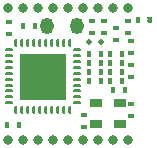
<source format=gbr>
G04 Layer_Color=255*
%FSLAX25Y25*%
%MOIN*%
%TF.FileFunction,Pads,Top*%
%TF.Part,Single*%
G01*
G75*
%TA.AperFunction,SMDPad,CuDef*%
%ADD10O,0.03000X0.01000*%
%ADD11O,0.01000X0.03000*%
%ADD12R,0.15354X0.15354*%
%ADD13O,0.01800X0.02000*%
%ADD14O,0.04500X0.05500*%
%ADD15R,0.02000X0.01800*%
%ADD16R,0.01800X0.02000*%
%TA.AperFunction,ConnectorPad*%
%ADD17R,0.01800X0.02000*%
%TA.AperFunction,SMDPad,CuDef*%
%ADD18R,0.03937X0.02756*%
%ADD19C,0.00787*%
%TA.AperFunction,ComponentPad*%
G04:AMPARAMS|DCode=26|XSize=31.5mil|YSize=31.5mil|CornerRadius=15.75mil|HoleSize=0mil|Usage=FLASHONLY|Rotation=90.000|XOffset=0mil|YOffset=0mil|HoleType=Round|Shape=RoundedRectangle|*
%AMROUNDEDRECTD26*
21,1,0.03150,0.00000,0,0,90.0*
21,1,0.00000,0.03150,0,0,90.0*
1,1,0.03150,0.00000,0.00000*
1,1,0.03150,0.00000,0.00000*
1,1,0.03150,0.00000,0.00000*
1,1,0.03150,0.00000,0.00000*
%
%ADD26ROUNDEDRECTD26*%
D10*
X2997Y30102D02*
D03*
Y28134D02*
D03*
Y26165D02*
D03*
Y24197D02*
D03*
Y22228D02*
D03*
Y20260D02*
D03*
Y18291D02*
D03*
Y16323D02*
D03*
Y14354D02*
D03*
Y12386D02*
D03*
X25397D02*
D03*
Y14354D02*
D03*
Y16323D02*
D03*
Y18291D02*
D03*
Y20260D02*
D03*
Y22228D02*
D03*
Y24197D02*
D03*
Y26165D02*
D03*
Y28134D02*
D03*
Y30102D02*
D03*
D11*
X5339Y10044D02*
D03*
X7307D02*
D03*
X9276D02*
D03*
X11244D02*
D03*
X13213D02*
D03*
X15181D02*
D03*
X17150D02*
D03*
X19118D02*
D03*
X21087D02*
D03*
X23055D02*
D03*
Y32444D02*
D03*
X21087D02*
D03*
X19118D02*
D03*
X17150D02*
D03*
X15181D02*
D03*
X13213D02*
D03*
X11244D02*
D03*
X9276D02*
D03*
X7307D02*
D03*
X5339D02*
D03*
D12*
X14197Y21244D02*
D03*
D13*
X33595Y32799D02*
D03*
X29594D02*
D03*
D14*
X25697Y38244D02*
D03*
X15697D02*
D03*
D15*
X43445Y29106D02*
D03*
Y33106D02*
D03*
X42697Y39957D02*
D03*
Y35957D02*
D03*
X43697Y25244D02*
D03*
Y21244D02*
D03*
X34689Y35957D02*
D03*
Y39957D02*
D03*
X2776Y35366D02*
D03*
Y39366D02*
D03*
X38681Y33595D02*
D03*
Y37595D02*
D03*
X30689Y39957D02*
D03*
Y35957D02*
D03*
X43697Y8244D02*
D03*
Y12244D02*
D03*
X27854Y4421D02*
D03*
Y8421D02*
D03*
D16*
X50012Y40240D02*
D03*
X46012D02*
D03*
X36697Y19744D02*
D03*
X40697D02*
D03*
Y25744D02*
D03*
X36697D02*
D03*
X7508Y38035D02*
D03*
X11508D02*
D03*
X33697Y25744D02*
D03*
X29697D02*
D03*
Y28744D02*
D03*
X33697D02*
D03*
X36697D02*
D03*
X40697D02*
D03*
X36697Y22744D02*
D03*
X40697D02*
D03*
X41705Y16736D02*
D03*
X37705D02*
D03*
X29697Y19744D02*
D03*
X33697D02*
D03*
X29697Y22744D02*
D03*
X33697D02*
D03*
D17*
X6197Y5244D02*
D03*
X2197D02*
D03*
D18*
X31768Y12323D02*
D03*
X39768D02*
D03*
Y5323D02*
D03*
X31768D02*
D03*
D19*
X49114Y39744D02*
D03*
Y40744D02*
D03*
D26*
X2697Y240D02*
D03*
X7697D02*
D03*
X12697D02*
D03*
X17697D02*
D03*
X22697D02*
D03*
X27697D02*
D03*
X32697D02*
D03*
X37697D02*
D03*
X42697D02*
D03*
Y44138D02*
D03*
X37697D02*
D03*
X32697D02*
D03*
X27697D02*
D03*
X22697D02*
D03*
X17697D02*
D03*
X12697D02*
D03*
X7697D02*
D03*
X2697D02*
D03*
%TF.MD5,e6202b9581f6a08338ac0c1650c9b73c*%
M02*

</source>
